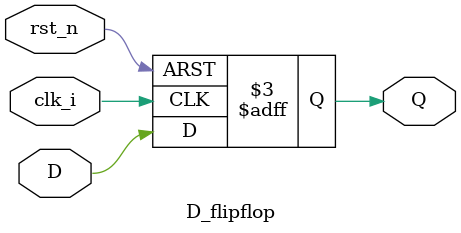
<source format=sv>
module D_flipflop(
	input clk_i,rst_n,
	input D,
	output Q
);

always @(posedge clk_i,negedge rst_n) begin
	if (~rst_n)
	Q<=1'b0;
	else
	Q<=D;
	end

endmodule 
</source>
